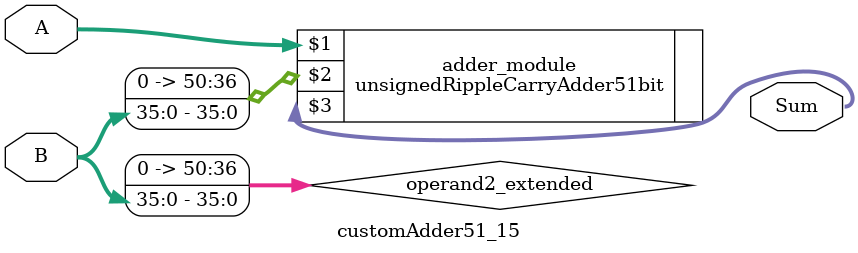
<source format=v>
module customAdder51_15(
                        input [50 : 0] A,
                        input [35 : 0] B,
                        
                        output [51 : 0] Sum
                );

        wire [50 : 0] operand2_extended;
        
        assign operand2_extended =  {15'b0, B};
        
        unsignedRippleCarryAdder51bit adder_module(
            A,
            operand2_extended,
            Sum
        );
        
        endmodule
        
</source>
